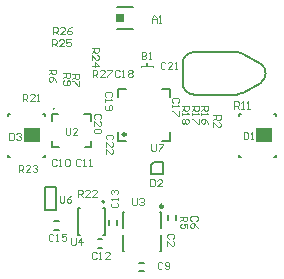
<source format=gto>
G04 Layer_Color=65535*
%FSLAX44Y44*%
%MOMM*%
G71*
G01*
G75*
%ADD56C,0.2500*%
%ADD57C,0.2000*%
%ADD58C,0.1000*%
%ADD59C,0.1250*%
%ADD60R,1.4000X1.3000*%
%ADD61R,0.2000X0.4500*%
%ADD62R,0.7000X0.6500*%
D56*
X-13750Y1000D02*
G03*
X-13750Y1000I-1250J0D01*
G01*
X17760Y-59910D02*
G03*
X17760Y-59910I-1250J0D01*
G01*
D57*
X-31840Y-56140D02*
G03*
X-31840Y-56140I-1000J0D01*
G01*
X-74450Y22750D02*
G03*
X-74450Y22750I-500J0D01*
G01*
X44300Y70800D02*
G03*
X34300Y60800I0J-10000D01*
G01*
X100411Y44640D02*
G03*
X100413Y60963I-5669J8162D01*
G01*
X80300Y34800D02*
G03*
X85600Y36320I0J10000D01*
G01*
Y69280D02*
G03*
X80300Y70800I-5300J-8480D01*
G01*
X34300Y44800D02*
G03*
X44300Y34800I10000J0D01*
G01*
X-20250Y-4250D02*
X-13250D01*
X-20250D02*
Y2750D01*
Y32750D02*
Y39750D01*
X-13250D01*
X16750D02*
X23750D01*
Y32750D02*
Y39750D01*
X16750Y-4250D02*
X23750D01*
Y2750D01*
X-72450Y-63300D02*
Y-43300D01*
X-81950Y-63300D02*
Y-43300D01*
Y-63300D02*
X-72450D01*
X-81950Y-43300D02*
X-72450D01*
X-54500Y-61150D02*
X-52750D01*
X-54500Y-84150D02*
X-52750D01*
X-54500Y-83900D02*
Y-61150D01*
X-31500Y-84150D02*
Y-61400D01*
X-33250Y-61150D02*
X-31500D01*
X-33250Y-84150D02*
X-31500D01*
X15500Y-65000D02*
X16500D01*
Y-78500D02*
Y-65000D01*
X-16500D02*
X-15500D01*
X-16500Y-78500D02*
Y-65000D01*
Y-98000D02*
Y-84500D01*
Y-98000D02*
X-15500D01*
X15500D02*
X16500D01*
Y-84500D01*
X-75950Y-9750D02*
X-70450D01*
X-75950D02*
Y-4750D01*
Y12750D02*
Y18250D01*
X-75950D02*
X-70950D01*
X-48950D02*
X-42950D01*
Y12750D02*
Y18250D01*
X-47950Y-9750D02*
X-42950D01*
Y-4250D01*
X34300Y44800D02*
Y60800D01*
X44300Y70800D02*
X80300Y70800D01*
X85600Y36320D02*
X100411Y44640D01*
X44300Y34800D02*
X80300D01*
X85600Y69280D02*
X100411Y60960D01*
X-113500Y16500D02*
Y18000D01*
Y-18000D02*
Y-16500D01*
X-82500Y-18000D02*
Y-16500D01*
Y16500D02*
Y18000D01*
X-84000Y-18000D02*
X-82500D01*
X-113500Y18000D02*
X-112000D01*
X-84000D02*
X-82500D01*
X-113500Y-18000D02*
X-112000D01*
X17400Y-32300D02*
Y-22300D01*
X7400Y-32300D02*
X17400D01*
X7400D02*
Y-24800D01*
X9900Y-22300D01*
X17400D01*
X82500Y16500D02*
Y18000D01*
Y-18000D02*
Y-16500D01*
X113500Y-18000D02*
Y-16500D01*
Y16500D02*
Y18000D01*
X112000Y-18000D02*
X113500D01*
X82500Y18000D02*
X84000D01*
X112000D02*
X113500D01*
X82500Y-18000D02*
X84000D01*
X-2250Y-107750D02*
X1750D01*
X-2250Y-114750D02*
X1750D01*
X22200Y-71500D02*
Y-67500D01*
X29200Y-71500D02*
Y-67500D01*
X-74450Y-72600D02*
X-70450D01*
X-74450Y-79600D02*
X-70450D01*
X-27900Y-75800D02*
Y-71800D01*
X-20900Y-75800D02*
Y-71800D01*
X-37500Y-94750D02*
X-33500D01*
X-37500Y-87750D02*
X-33500D01*
X-20750Y108500D02*
X-7750D01*
X-20750Y90500D02*
X-7750D01*
D58*
X-750Y58000D02*
Y59000D01*
X9250Y58000D02*
Y59000D01*
X-750D02*
X9250D01*
D59*
X-78750Y55800D02*
X-72752D01*
Y52801D01*
X-73752Y51801D01*
X-75751D01*
X-76751Y52801D01*
Y55800D01*
Y53801D02*
X-78750Y51801D01*
X-72752Y45803D02*
X-73752Y47803D01*
X-75751Y49802D01*
X-77750D01*
X-78750Y48802D01*
Y46803D01*
X-77750Y45803D01*
X-76751D01*
X-75751Y46803D01*
Y49802D01*
X-19001Y54748D02*
X-20001Y55748D01*
X-22000D01*
X-23000Y54748D01*
Y50750D01*
X-22000Y49750D01*
X-20001D01*
X-19001Y50750D01*
X-17002Y49750D02*
X-15003D01*
X-16002D01*
Y55748D01*
X-17002Y54748D01*
X-12004D02*
X-11004Y55748D01*
X-9005D01*
X-8005Y54748D01*
Y53749D01*
X-9005Y52749D01*
X-8005Y51749D01*
Y50750D01*
X-9005Y49750D01*
X-11004D01*
X-12004Y50750D01*
Y51749D01*
X-11004Y52749D01*
X-12004Y53749D01*
Y54748D01*
X-11004Y52749D02*
X-9005D01*
X30498Y28001D02*
X31498Y29001D01*
Y31000D01*
X30498Y32000D01*
X26500D01*
X25500Y31000D01*
Y29001D01*
X26500Y28001D01*
X25500Y26002D02*
Y24003D01*
Y25002D01*
X31498D01*
X30498Y26002D01*
X31498Y21004D02*
Y17005D01*
X30498D01*
X26500Y21004D01*
X25500D01*
X78100Y22900D02*
Y28898D01*
X81099D01*
X82099Y27898D01*
Y25899D01*
X81099Y24899D01*
X78100D01*
X80099D02*
X82099Y22900D01*
X84098D02*
X86097D01*
X85098D01*
Y28898D01*
X84098Y27898D01*
X89096Y22900D02*
X91096D01*
X90096D01*
Y28898D01*
X89096Y27898D01*
X-112300Y2398D02*
Y-3600D01*
X-109301D01*
X-108301Y-2600D01*
Y1398D01*
X-109301Y2398D01*
X-112300D01*
X-106302Y1398D02*
X-105302Y2398D01*
X-103303D01*
X-102303Y1398D01*
Y399D01*
X-103303Y-601D01*
X-104303D01*
X-103303D01*
X-102303Y-1601D01*
Y-2600D01*
X-103303Y-3600D01*
X-105302D01*
X-106302Y-2600D01*
X86100Y2798D02*
Y-3200D01*
X89099D01*
X90099Y-2200D01*
Y1798D01*
X89099Y2798D01*
X86100D01*
X92098Y-3200D02*
X94097D01*
X93098D01*
Y2798D01*
X92098Y1798D01*
X-64700Y6748D02*
Y1750D01*
X-63700Y750D01*
X-61701D01*
X-60701Y1750D01*
Y6748D01*
X-54703Y750D02*
X-58702D01*
X-54703Y4749D01*
Y5748D01*
X-55703Y6748D01*
X-57702D01*
X-58702Y5748D01*
X7000Y-37002D02*
Y-43000D01*
X9999D01*
X10999Y-42000D01*
Y-38002D01*
X9999Y-37002D01*
X7000D01*
X16997Y-43000D02*
X12998D01*
X16997Y-39001D01*
Y-38002D01*
X15997Y-37002D01*
X13998D01*
X12998Y-38002D01*
X33500Y25250D02*
X39498D01*
Y22251D01*
X38498Y21251D01*
X36499D01*
X35499Y22251D01*
Y25250D01*
Y23251D02*
X33500Y21251D01*
Y19252D02*
Y17253D01*
Y18252D01*
X39498D01*
X38498Y19252D01*
Y14254D02*
X39498Y13254D01*
Y11255D01*
X38498Y10255D01*
X37499D01*
X36499Y11255D01*
X35499Y10255D01*
X34500D01*
X33500Y11255D01*
Y13254D01*
X34500Y14254D01*
X35499D01*
X36499Y13254D01*
X37499Y14254D01*
X38498D01*
X36499Y13254D02*
Y11255D01*
X42000Y25250D02*
X47998D01*
Y22251D01*
X46998Y21251D01*
X44999D01*
X43999Y22251D01*
Y25250D01*
Y23251D02*
X42000Y21251D01*
Y19252D02*
Y17253D01*
Y18252D01*
X47998D01*
X46998Y19252D01*
X47998Y14254D02*
Y10255D01*
X46998D01*
X43000Y14254D01*
X42000D01*
X50250Y25250D02*
X56248D01*
Y22251D01*
X55248Y21251D01*
X53249D01*
X52249Y22251D01*
Y25250D01*
Y23251D02*
X50250Y21251D01*
Y19252D02*
Y17253D01*
Y18252D01*
X56248D01*
X55248Y19252D01*
X56248Y10255D02*
X55248Y12254D01*
X53249Y14254D01*
X51250D01*
X50250Y13254D01*
Y11255D01*
X51250Y10255D01*
X52249D01*
X53249Y11255D01*
Y14254D01*
X-250Y70748D02*
Y64750D01*
X2749D01*
X3749Y65750D01*
Y66749D01*
X2749Y67749D01*
X-250D01*
X2749D01*
X3749Y68749D01*
Y69748D01*
X2749Y70748D01*
X-250D01*
X5748Y64750D02*
X7747D01*
X6748D01*
Y70748D01*
X5748Y69748D01*
X-60250Y-87002D02*
Y-92000D01*
X-59250Y-93000D01*
X-57251D01*
X-56251Y-92000D01*
Y-87002D01*
X-51253Y-93000D02*
Y-87002D01*
X-54252Y-90001D01*
X-50253D01*
X-41750Y49750D02*
Y55748D01*
X-38751D01*
X-37751Y54748D01*
Y52749D01*
X-38751Y51749D01*
X-41750D01*
X-39751D02*
X-37751Y49750D01*
X-31753D02*
X-35752D01*
X-31753Y53749D01*
Y54748D01*
X-32753Y55748D01*
X-34752D01*
X-35752Y54748D01*
X-29754Y55748D02*
X-25755D01*
Y54748D01*
X-29754Y50750D01*
Y49750D01*
X-104500Y-30750D02*
Y-24752D01*
X-101501D01*
X-100501Y-25752D01*
Y-27751D01*
X-101501Y-28751D01*
X-104500D01*
X-102501D02*
X-100501Y-30750D01*
X-94503D02*
X-98502D01*
X-94503Y-26751D01*
Y-25752D01*
X-95503Y-24752D01*
X-97502D01*
X-98502Y-25752D01*
X-92504D02*
X-91504Y-24752D01*
X-89505D01*
X-88505Y-25752D01*
Y-26751D01*
X-89505Y-27751D01*
X-90505D01*
X-89505D01*
X-88505Y-28751D01*
Y-29750D01*
X-89505Y-30750D01*
X-91504D01*
X-92504Y-29750D01*
X-54250Y-51750D02*
Y-45752D01*
X-51251D01*
X-50251Y-46752D01*
Y-48751D01*
X-51251Y-49751D01*
X-54250D01*
X-52251D02*
X-50251Y-51750D01*
X-44253D02*
X-48252D01*
X-44253Y-47751D01*
Y-46752D01*
X-45253Y-45752D01*
X-47252D01*
X-48252Y-46752D01*
X-38255Y-51750D02*
X-42254D01*
X-38255Y-47751D01*
Y-46752D01*
X-39255Y-45752D01*
X-41254D01*
X-42254Y-46752D01*
X-101000Y29250D02*
Y35248D01*
X-98001D01*
X-97001Y34248D01*
Y32249D01*
X-98001Y31249D01*
X-101000D01*
X-99001D02*
X-97001Y29250D01*
X-91003D02*
X-95002D01*
X-91003Y33249D01*
Y34248D01*
X-92003Y35248D01*
X-94002D01*
X-95002Y34248D01*
X-89004Y29250D02*
X-87004D01*
X-88004D01*
Y35248D01*
X-89004Y34248D01*
X-66750Y52750D02*
X-60752D01*
Y49751D01*
X-61752Y48751D01*
X-63751D01*
X-64751Y49751D01*
Y52750D01*
Y50751D02*
X-66750Y48751D01*
X-65750Y46752D02*
X-66750Y45752D01*
Y43753D01*
X-65750Y42753D01*
X-61752D01*
X-60752Y43753D01*
Y45752D01*
X-61752Y46752D01*
X-62751D01*
X-63751Y45752D01*
Y42753D01*
X-59000Y52000D02*
X-53002D01*
Y49001D01*
X-54002Y48001D01*
X-56001D01*
X-57001Y49001D01*
Y52000D01*
Y50001D02*
X-59000Y48001D01*
X-53002Y46002D02*
Y42003D01*
X-54002D01*
X-58000Y46002D01*
X-59000D01*
X32500Y-68500D02*
X38498D01*
Y-71499D01*
X37498Y-72499D01*
X35499D01*
X34499Y-71499D01*
Y-68500D01*
Y-70499D02*
X32500Y-72499D01*
X38498Y-78497D02*
Y-74498D01*
X35499D01*
X36499Y-76497D01*
Y-77497D01*
X35499Y-78497D01*
X33500D01*
X32500Y-77497D01*
Y-75498D01*
X33500Y-74498D01*
X60500Y17250D02*
X66498D01*
Y14251D01*
X65498Y13251D01*
X63499D01*
X62499Y14251D01*
Y17250D01*
Y15251D02*
X60500Y13251D01*
Y7253D02*
Y11252D01*
X64499Y7253D01*
X65498D01*
X66498Y8253D01*
Y10252D01*
X65498Y11252D01*
X-25502Y-3249D02*
X-24502Y-2249D01*
Y-250D01*
X-25502Y750D01*
X-29500D01*
X-30500Y-250D01*
Y-2249D01*
X-29500Y-3249D01*
X-30500Y-9247D02*
Y-5248D01*
X-26501Y-9247D01*
X-25502D01*
X-24502Y-8247D01*
Y-6248D01*
X-25502Y-5248D01*
X-30500Y-15245D02*
Y-11246D01*
X-26501Y-15245D01*
X-25502D01*
X-24502Y-14245D01*
Y-12246D01*
X-25502Y-11246D01*
X19749Y61248D02*
X18749Y62248D01*
X16750D01*
X15750Y61248D01*
Y57250D01*
X16750Y56250D01*
X18749D01*
X19749Y57250D01*
X25747Y56250D02*
X21748D01*
X25747Y60249D01*
Y61248D01*
X24747Y62248D01*
X22748D01*
X21748Y61248D01*
X27746Y56250D02*
X29746D01*
X28746D01*
Y62248D01*
X27746Y61248D01*
X-35752Y14001D02*
X-34752Y15001D01*
Y17000D01*
X-35752Y18000D01*
X-39750D01*
X-40750Y17000D01*
Y15001D01*
X-39750Y14001D01*
X-40750Y8003D02*
Y12002D01*
X-36751Y8003D01*
X-35752D01*
X-34752Y9003D01*
Y11002D01*
X-35752Y12002D01*
Y6004D02*
X-34752Y5004D01*
Y3005D01*
X-35752Y2005D01*
X-39750D01*
X-40750Y3005D01*
Y5004D01*
X-39750Y6004D01*
X-35752D01*
X-26252Y32751D02*
X-25252Y33751D01*
Y35750D01*
X-26252Y36750D01*
X-30250D01*
X-31250Y35750D01*
Y33751D01*
X-30250Y32751D01*
X-31250Y30752D02*
Y28753D01*
Y29752D01*
X-25252D01*
X-26252Y30752D01*
X-30250Y25754D02*
X-31250Y24754D01*
Y22754D01*
X-30250Y21755D01*
X-26252D01*
X-25252Y22754D01*
Y24754D01*
X-26252Y25754D01*
X-27251D01*
X-28251Y24754D01*
Y21755D01*
X-75001Y-84002D02*
X-76001Y-83002D01*
X-78000D01*
X-79000Y-84002D01*
Y-88000D01*
X-78000Y-89000D01*
X-76001D01*
X-75001Y-88000D01*
X-73002Y-89000D02*
X-71003D01*
X-72002D01*
Y-83002D01*
X-73002Y-84002D01*
X-64005Y-83002D02*
X-68004D01*
Y-86001D01*
X-66004Y-85001D01*
X-65005D01*
X-64005Y-86001D01*
Y-88000D01*
X-65005Y-89000D01*
X-67004D01*
X-68004Y-88000D01*
X-25498Y-56751D02*
X-26498Y-57751D01*
Y-59750D01*
X-25498Y-60750D01*
X-21500D01*
X-20500Y-59750D01*
Y-57751D01*
X-21500Y-56751D01*
X-20500Y-54752D02*
Y-52753D01*
Y-53752D01*
X-26498D01*
X-25498Y-54752D01*
Y-49754D02*
X-26498Y-48754D01*
Y-46754D01*
X-25498Y-45755D01*
X-24499D01*
X-23499Y-46754D01*
Y-47754D01*
Y-46754D01*
X-22499Y-45755D01*
X-21500D01*
X-20500Y-46754D01*
Y-48754D01*
X-21500Y-49754D01*
X-38501Y-99202D02*
X-39501Y-98202D01*
X-41500D01*
X-42500Y-99202D01*
Y-103200D01*
X-41500Y-104200D01*
X-39501D01*
X-38501Y-103200D01*
X-36502Y-104200D02*
X-34503D01*
X-35502D01*
Y-98202D01*
X-36502Y-99202D01*
X-27505Y-104200D02*
X-31504D01*
X-27505Y-100201D01*
Y-99202D01*
X-28505Y-98202D01*
X-30504D01*
X-31504Y-99202D01*
X-51751Y-21002D02*
X-52751Y-20002D01*
X-54750D01*
X-55750Y-21002D01*
Y-25000D01*
X-54750Y-26000D01*
X-52751D01*
X-51751Y-25000D01*
X-49752Y-26000D02*
X-47753D01*
X-48752D01*
Y-20002D01*
X-49752Y-21002D01*
X-44754Y-26000D02*
X-42754D01*
X-43754D01*
Y-20002D01*
X-44754Y-21002D01*
X-72301Y-20602D02*
X-73301Y-19602D01*
X-75300D01*
X-76300Y-20602D01*
Y-24600D01*
X-75300Y-25600D01*
X-73301D01*
X-72301Y-24600D01*
X-70302Y-25600D02*
X-68303D01*
X-69302D01*
Y-19602D01*
X-70302Y-20602D01*
X-65304D02*
X-64304Y-19602D01*
X-62305D01*
X-61305Y-20602D01*
Y-24600D01*
X-62305Y-25600D01*
X-64304D01*
X-65304Y-24600D01*
Y-20602D01*
X45998Y-72249D02*
X46998Y-71249D01*
Y-69250D01*
X45998Y-68250D01*
X42000D01*
X41000Y-69250D01*
Y-71249D01*
X42000Y-72249D01*
X46998Y-78247D02*
X45998Y-76247D01*
X43999Y-74248D01*
X42000D01*
X41000Y-75248D01*
Y-77247D01*
X42000Y-78247D01*
X42999D01*
X43999Y-77247D01*
Y-74248D01*
X26498Y-87249D02*
X27498Y-86249D01*
Y-84250D01*
X26498Y-83250D01*
X22500D01*
X21500Y-84250D01*
Y-86249D01*
X22500Y-87249D01*
X21500Y-93247D02*
Y-89248D01*
X25499Y-93247D01*
X26498D01*
X27498Y-92247D01*
Y-90248D01*
X26498Y-89248D01*
X17199Y-108002D02*
X16199Y-107002D01*
X14200D01*
X13200Y-108002D01*
Y-112000D01*
X14200Y-113000D01*
X16199D01*
X17199Y-112000D01*
X19198D02*
X20198Y-113000D01*
X22197D01*
X23197Y-112000D01*
Y-108002D01*
X22197Y-107002D01*
X20198D01*
X19198Y-108002D01*
Y-109001D01*
X20198Y-110001D01*
X23197D01*
X8000Y-7252D02*
Y-12250D01*
X9000Y-13250D01*
X10999D01*
X11999Y-12250D01*
Y-7252D01*
X13998D02*
X17997D01*
Y-8252D01*
X13998Y-12250D01*
Y-13250D01*
X-69800Y-50702D02*
Y-55700D01*
X-68800Y-56700D01*
X-66801D01*
X-65801Y-55700D01*
Y-50702D01*
X-59803D02*
X-61803Y-51702D01*
X-63802Y-53701D01*
Y-55700D01*
X-62802Y-56700D01*
X-60803D01*
X-59803Y-55700D01*
Y-54701D01*
X-60803Y-53701D01*
X-63802D01*
X-8500Y-53002D02*
Y-58000D01*
X-7500Y-59000D01*
X-5501D01*
X-4501Y-58000D01*
Y-53002D01*
X-2502Y-54002D02*
X-1502Y-53002D01*
X497D01*
X1497Y-54002D01*
Y-55001D01*
X497Y-56001D01*
X-503D01*
X497D01*
X1497Y-57001D01*
Y-58000D01*
X497Y-59000D01*
X-1502D01*
X-2502Y-58000D01*
X8500Y95750D02*
Y99749D01*
X10499Y101748D01*
X12499Y99749D01*
Y95750D01*
Y98749D01*
X8500D01*
X14498Y95750D02*
X16497D01*
X15498D01*
Y101748D01*
X14498Y100748D01*
X-42750Y74250D02*
X-36752D01*
Y71251D01*
X-37752Y70251D01*
X-39751D01*
X-40751Y71251D01*
Y74250D01*
Y72251D02*
X-42750Y70251D01*
Y64253D02*
Y68252D01*
X-38751Y64253D01*
X-37752D01*
X-36752Y65253D01*
Y67252D01*
X-37752Y68252D01*
X-42750Y59255D02*
X-36752D01*
X-39751Y62254D01*
Y58255D01*
X-76250Y75500D02*
Y81498D01*
X-73251D01*
X-72251Y80498D01*
Y78499D01*
X-73251Y77499D01*
X-76250D01*
X-74251D02*
X-72251Y75500D01*
X-66253D02*
X-70252D01*
X-66253Y79499D01*
Y80498D01*
X-67253Y81498D01*
X-69252D01*
X-70252Y80498D01*
X-60255Y81498D02*
X-64254D01*
Y78499D01*
X-62255Y79499D01*
X-61255D01*
X-60255Y78499D01*
Y76500D01*
X-61255Y75500D01*
X-63254D01*
X-64254Y76500D01*
X-75500Y85750D02*
Y91748D01*
X-72501D01*
X-71501Y90748D01*
Y88749D01*
X-72501Y87749D01*
X-75500D01*
X-73501D02*
X-71501Y85750D01*
X-65503D02*
X-69502D01*
X-65503Y89749D01*
Y90748D01*
X-66503Y91748D01*
X-68502D01*
X-69502Y90748D01*
X-59505Y91748D02*
X-61505Y90748D01*
X-63504Y88749D01*
Y86750D01*
X-62504Y85750D01*
X-60505D01*
X-59505Y86750D01*
Y87749D01*
X-60505Y88749D01*
X-63504D01*
D60*
X-93000Y500D02*
D03*
X103000D02*
D03*
D61*
X4250Y59750D02*
D03*
D62*
X-18750Y99500D02*
D03*
M02*

</source>
